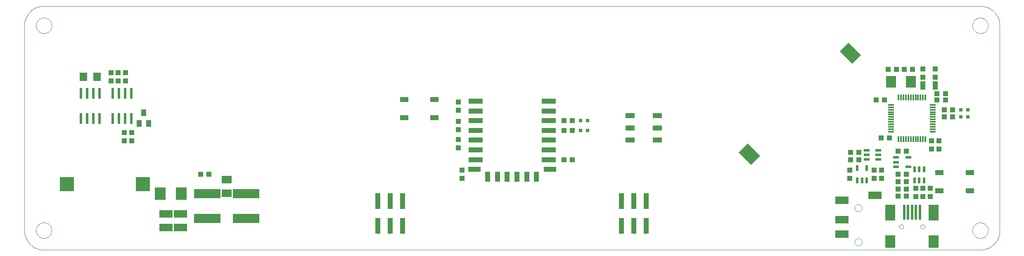
<source format=gtp>
G75*
G70*
%OFA0B0*%
%FSLAX24Y24*%
%IPPOS*%
%LPD*%
%AMOC8*
5,1,8,0,0,1.08239X$1,22.5*
%
%ADD10C,0.0000*%
%ADD11R,0.0433X0.0394*%
%ADD12R,0.0394X0.0433*%
%ADD13R,0.0315X0.0315*%
%ADD14R,0.0787X0.0984*%
%ADD15R,0.0787X0.1299*%
%ADD16R,0.0197X0.1220*%
%ADD17R,0.0472X0.0217*%
%ADD18R,0.1181X0.1181*%
%ADD19R,0.0236X0.0866*%
%ADD20R,0.0394X0.0551*%
%ADD21R,0.0630X0.0710*%
%ADD22R,0.0906X0.0984*%
%ADD23R,0.2165X0.0728*%
%ADD24R,0.1063X0.0630*%
%ADD25R,0.0787X0.0630*%
%ADD26R,0.0709X0.0433*%
%ADD27R,0.0118X0.0472*%
%ADD28R,0.0472X0.0118*%
%ADD29R,0.0236X0.0472*%
%ADD30R,0.0472X0.0236*%
%ADD31R,0.1102X0.0591*%
%ADD32R,0.0787X0.0945*%
%ADD33R,0.0217X0.0472*%
%ADD34R,0.0394X0.0709*%
%ADD35R,0.0400X0.1300*%
%ADD36R,0.0394X0.0787*%
%ADD37R,0.0984X0.0394*%
%ADD38R,0.1181X0.0394*%
%ADD39R,0.1417X0.1024*%
%ADD40R,0.0768X0.0433*%
D10*
X001725Y000937D02*
X077315Y000937D01*
X076685Y002512D02*
X076687Y002562D01*
X076693Y002612D01*
X076703Y002661D01*
X076717Y002709D01*
X076734Y002756D01*
X076755Y002801D01*
X076780Y002845D01*
X076808Y002886D01*
X076840Y002925D01*
X076874Y002962D01*
X076911Y002996D01*
X076951Y003026D01*
X076993Y003053D01*
X077037Y003077D01*
X077083Y003098D01*
X077130Y003114D01*
X077178Y003127D01*
X077228Y003136D01*
X077277Y003141D01*
X077328Y003142D01*
X077378Y003139D01*
X077427Y003132D01*
X077476Y003121D01*
X077524Y003106D01*
X077570Y003088D01*
X077615Y003066D01*
X077658Y003040D01*
X077699Y003011D01*
X077738Y002979D01*
X077774Y002944D01*
X077806Y002906D01*
X077836Y002866D01*
X077863Y002823D01*
X077886Y002779D01*
X077905Y002733D01*
X077921Y002685D01*
X077933Y002636D01*
X077941Y002587D01*
X077945Y002537D01*
X077945Y002487D01*
X077941Y002437D01*
X077933Y002388D01*
X077921Y002339D01*
X077905Y002291D01*
X077886Y002245D01*
X077863Y002201D01*
X077836Y002158D01*
X077806Y002118D01*
X077774Y002080D01*
X077738Y002045D01*
X077699Y002013D01*
X077658Y001984D01*
X077615Y001958D01*
X077570Y001936D01*
X077524Y001918D01*
X077476Y001903D01*
X077427Y001892D01*
X077378Y001885D01*
X077328Y001882D01*
X077277Y001883D01*
X077228Y001888D01*
X077178Y001897D01*
X077130Y001910D01*
X077083Y001926D01*
X077037Y001947D01*
X076993Y001971D01*
X076951Y001998D01*
X076911Y002028D01*
X076874Y002062D01*
X076840Y002099D01*
X076808Y002138D01*
X076780Y002179D01*
X076755Y002223D01*
X076734Y002268D01*
X076717Y002315D01*
X076703Y002363D01*
X076693Y002412D01*
X076687Y002462D01*
X076685Y002512D01*
X077315Y000937D02*
X077392Y000939D01*
X077469Y000945D01*
X077546Y000954D01*
X077622Y000967D01*
X077698Y000984D01*
X077772Y001005D01*
X077846Y001029D01*
X077918Y001057D01*
X077988Y001088D01*
X078057Y001123D01*
X078125Y001161D01*
X078190Y001202D01*
X078253Y001247D01*
X078314Y001295D01*
X078373Y001345D01*
X078429Y001398D01*
X078482Y001454D01*
X078532Y001513D01*
X078580Y001574D01*
X078625Y001637D01*
X078666Y001702D01*
X078704Y001770D01*
X078739Y001839D01*
X078770Y001909D01*
X078798Y001981D01*
X078822Y002055D01*
X078843Y002129D01*
X078860Y002205D01*
X078873Y002281D01*
X078882Y002358D01*
X078888Y002435D01*
X078890Y002512D01*
X078890Y019048D01*
X076685Y019048D02*
X076687Y019098D01*
X076693Y019148D01*
X076703Y019197D01*
X076717Y019245D01*
X076734Y019292D01*
X076755Y019337D01*
X076780Y019381D01*
X076808Y019422D01*
X076840Y019461D01*
X076874Y019498D01*
X076911Y019532D01*
X076951Y019562D01*
X076993Y019589D01*
X077037Y019613D01*
X077083Y019634D01*
X077130Y019650D01*
X077178Y019663D01*
X077228Y019672D01*
X077277Y019677D01*
X077328Y019678D01*
X077378Y019675D01*
X077427Y019668D01*
X077476Y019657D01*
X077524Y019642D01*
X077570Y019624D01*
X077615Y019602D01*
X077658Y019576D01*
X077699Y019547D01*
X077738Y019515D01*
X077774Y019480D01*
X077806Y019442D01*
X077836Y019402D01*
X077863Y019359D01*
X077886Y019315D01*
X077905Y019269D01*
X077921Y019221D01*
X077933Y019172D01*
X077941Y019123D01*
X077945Y019073D01*
X077945Y019023D01*
X077941Y018973D01*
X077933Y018924D01*
X077921Y018875D01*
X077905Y018827D01*
X077886Y018781D01*
X077863Y018737D01*
X077836Y018694D01*
X077806Y018654D01*
X077774Y018616D01*
X077738Y018581D01*
X077699Y018549D01*
X077658Y018520D01*
X077615Y018494D01*
X077570Y018472D01*
X077524Y018454D01*
X077476Y018439D01*
X077427Y018428D01*
X077378Y018421D01*
X077328Y018418D01*
X077277Y018419D01*
X077228Y018424D01*
X077178Y018433D01*
X077130Y018446D01*
X077083Y018462D01*
X077037Y018483D01*
X076993Y018507D01*
X076951Y018534D01*
X076911Y018564D01*
X076874Y018598D01*
X076840Y018635D01*
X076808Y018674D01*
X076780Y018715D01*
X076755Y018759D01*
X076734Y018804D01*
X076717Y018851D01*
X076703Y018899D01*
X076693Y018948D01*
X076687Y018998D01*
X076685Y019048D01*
X077315Y020623D02*
X077392Y020621D01*
X077469Y020615D01*
X077546Y020606D01*
X077622Y020593D01*
X077698Y020576D01*
X077772Y020555D01*
X077846Y020531D01*
X077918Y020503D01*
X077988Y020472D01*
X078057Y020437D01*
X078125Y020399D01*
X078190Y020358D01*
X078253Y020313D01*
X078314Y020265D01*
X078373Y020215D01*
X078429Y020162D01*
X078482Y020106D01*
X078532Y020047D01*
X078580Y019986D01*
X078625Y019923D01*
X078666Y019858D01*
X078704Y019790D01*
X078739Y019721D01*
X078770Y019651D01*
X078798Y019579D01*
X078822Y019505D01*
X078843Y019431D01*
X078860Y019355D01*
X078873Y019279D01*
X078882Y019202D01*
X078888Y019125D01*
X078890Y019048D01*
X077315Y020622D02*
X001725Y020622D01*
X001095Y019048D02*
X001097Y019098D01*
X001103Y019148D01*
X001113Y019197D01*
X001127Y019245D01*
X001144Y019292D01*
X001165Y019337D01*
X001190Y019381D01*
X001218Y019422D01*
X001250Y019461D01*
X001284Y019498D01*
X001321Y019532D01*
X001361Y019562D01*
X001403Y019589D01*
X001447Y019613D01*
X001493Y019634D01*
X001540Y019650D01*
X001588Y019663D01*
X001638Y019672D01*
X001687Y019677D01*
X001738Y019678D01*
X001788Y019675D01*
X001837Y019668D01*
X001886Y019657D01*
X001934Y019642D01*
X001980Y019624D01*
X002025Y019602D01*
X002068Y019576D01*
X002109Y019547D01*
X002148Y019515D01*
X002184Y019480D01*
X002216Y019442D01*
X002246Y019402D01*
X002273Y019359D01*
X002296Y019315D01*
X002315Y019269D01*
X002331Y019221D01*
X002343Y019172D01*
X002351Y019123D01*
X002355Y019073D01*
X002355Y019023D01*
X002351Y018973D01*
X002343Y018924D01*
X002331Y018875D01*
X002315Y018827D01*
X002296Y018781D01*
X002273Y018737D01*
X002246Y018694D01*
X002216Y018654D01*
X002184Y018616D01*
X002148Y018581D01*
X002109Y018549D01*
X002068Y018520D01*
X002025Y018494D01*
X001980Y018472D01*
X001934Y018454D01*
X001886Y018439D01*
X001837Y018428D01*
X001788Y018421D01*
X001738Y018418D01*
X001687Y018419D01*
X001638Y018424D01*
X001588Y018433D01*
X001540Y018446D01*
X001493Y018462D01*
X001447Y018483D01*
X001403Y018507D01*
X001361Y018534D01*
X001321Y018564D01*
X001284Y018598D01*
X001250Y018635D01*
X001218Y018674D01*
X001190Y018715D01*
X001165Y018759D01*
X001144Y018804D01*
X001127Y018851D01*
X001113Y018899D01*
X001103Y018948D01*
X001097Y018998D01*
X001095Y019048D01*
X000150Y019048D02*
X000152Y019125D01*
X000158Y019202D01*
X000167Y019279D01*
X000180Y019355D01*
X000197Y019431D01*
X000218Y019505D01*
X000242Y019579D01*
X000270Y019651D01*
X000301Y019721D01*
X000336Y019790D01*
X000374Y019858D01*
X000415Y019923D01*
X000460Y019986D01*
X000508Y020047D01*
X000558Y020106D01*
X000611Y020162D01*
X000667Y020215D01*
X000726Y020265D01*
X000787Y020313D01*
X000850Y020358D01*
X000915Y020399D01*
X000983Y020437D01*
X001052Y020472D01*
X001122Y020503D01*
X001194Y020531D01*
X001268Y020555D01*
X001342Y020576D01*
X001418Y020593D01*
X001494Y020606D01*
X001571Y020615D01*
X001648Y020621D01*
X001725Y020623D01*
X000150Y019048D02*
X000150Y002512D01*
X001095Y002512D02*
X001097Y002562D01*
X001103Y002612D01*
X001113Y002661D01*
X001127Y002709D01*
X001144Y002756D01*
X001165Y002801D01*
X001190Y002845D01*
X001218Y002886D01*
X001250Y002925D01*
X001284Y002962D01*
X001321Y002996D01*
X001361Y003026D01*
X001403Y003053D01*
X001447Y003077D01*
X001493Y003098D01*
X001540Y003114D01*
X001588Y003127D01*
X001638Y003136D01*
X001687Y003141D01*
X001738Y003142D01*
X001788Y003139D01*
X001837Y003132D01*
X001886Y003121D01*
X001934Y003106D01*
X001980Y003088D01*
X002025Y003066D01*
X002068Y003040D01*
X002109Y003011D01*
X002148Y002979D01*
X002184Y002944D01*
X002216Y002906D01*
X002246Y002866D01*
X002273Y002823D01*
X002296Y002779D01*
X002315Y002733D01*
X002331Y002685D01*
X002343Y002636D01*
X002351Y002587D01*
X002355Y002537D01*
X002355Y002487D01*
X002351Y002437D01*
X002343Y002388D01*
X002331Y002339D01*
X002315Y002291D01*
X002296Y002245D01*
X002273Y002201D01*
X002246Y002158D01*
X002216Y002118D01*
X002184Y002080D01*
X002148Y002045D01*
X002109Y002013D01*
X002068Y001984D01*
X002025Y001958D01*
X001980Y001936D01*
X001934Y001918D01*
X001886Y001903D01*
X001837Y001892D01*
X001788Y001885D01*
X001738Y001882D01*
X001687Y001883D01*
X001638Y001888D01*
X001588Y001897D01*
X001540Y001910D01*
X001493Y001926D01*
X001447Y001947D01*
X001403Y001971D01*
X001361Y001998D01*
X001321Y002028D01*
X001284Y002062D01*
X001250Y002099D01*
X001218Y002138D01*
X001190Y002179D01*
X001165Y002223D01*
X001144Y002268D01*
X001127Y002315D01*
X001113Y002363D01*
X001103Y002412D01*
X001097Y002462D01*
X001095Y002512D01*
X000150Y002512D02*
X000152Y002435D01*
X000158Y002358D01*
X000167Y002281D01*
X000180Y002205D01*
X000197Y002129D01*
X000218Y002055D01*
X000242Y001981D01*
X000270Y001909D01*
X000301Y001839D01*
X000336Y001770D01*
X000374Y001702D01*
X000415Y001637D01*
X000460Y001574D01*
X000508Y001513D01*
X000558Y001454D01*
X000611Y001398D01*
X000667Y001345D01*
X000726Y001295D01*
X000787Y001247D01*
X000850Y001202D01*
X000915Y001161D01*
X000983Y001123D01*
X001052Y001088D01*
X001122Y001057D01*
X001194Y001029D01*
X001268Y001005D01*
X001342Y000984D01*
X001418Y000967D01*
X001494Y000954D01*
X001571Y000945D01*
X001648Y000939D01*
X001725Y000937D01*
X067178Y001567D02*
X067180Y001601D01*
X067186Y001635D01*
X067196Y001668D01*
X067209Y001699D01*
X067227Y001729D01*
X067247Y001757D01*
X067271Y001782D01*
X067297Y001804D01*
X067325Y001822D01*
X067356Y001838D01*
X067388Y001850D01*
X067422Y001858D01*
X067456Y001862D01*
X067490Y001862D01*
X067524Y001858D01*
X067558Y001850D01*
X067590Y001838D01*
X067620Y001822D01*
X067649Y001804D01*
X067675Y001782D01*
X067699Y001757D01*
X067719Y001729D01*
X067737Y001699D01*
X067750Y001668D01*
X067760Y001635D01*
X067766Y001601D01*
X067768Y001567D01*
X067766Y001533D01*
X067760Y001499D01*
X067750Y001466D01*
X067737Y001435D01*
X067719Y001405D01*
X067699Y001377D01*
X067675Y001352D01*
X067649Y001330D01*
X067621Y001312D01*
X067590Y001296D01*
X067558Y001284D01*
X067524Y001276D01*
X067490Y001272D01*
X067456Y001272D01*
X067422Y001276D01*
X067388Y001284D01*
X067356Y001296D01*
X067325Y001312D01*
X067297Y001330D01*
X067271Y001352D01*
X067247Y001377D01*
X067227Y001405D01*
X067209Y001435D01*
X067196Y001466D01*
X067186Y001499D01*
X067180Y001533D01*
X067178Y001567D01*
X070760Y002807D02*
X070762Y002833D01*
X070768Y002859D01*
X070778Y002884D01*
X070791Y002907D01*
X070807Y002927D01*
X070827Y002945D01*
X070849Y002960D01*
X070872Y002972D01*
X070898Y002980D01*
X070924Y002984D01*
X070950Y002984D01*
X070976Y002980D01*
X071002Y002972D01*
X071026Y002960D01*
X071047Y002945D01*
X071067Y002927D01*
X071083Y002907D01*
X071096Y002884D01*
X071106Y002859D01*
X071112Y002833D01*
X071114Y002807D01*
X071112Y002781D01*
X071106Y002755D01*
X071096Y002730D01*
X071083Y002707D01*
X071067Y002687D01*
X071047Y002669D01*
X071025Y002654D01*
X071002Y002642D01*
X070976Y002634D01*
X070950Y002630D01*
X070924Y002630D01*
X070898Y002634D01*
X070872Y002642D01*
X070848Y002654D01*
X070827Y002669D01*
X070807Y002687D01*
X070791Y002707D01*
X070778Y002730D01*
X070768Y002755D01*
X070762Y002781D01*
X070760Y002807D01*
X072493Y002807D02*
X072495Y002833D01*
X072501Y002859D01*
X072511Y002884D01*
X072524Y002907D01*
X072540Y002927D01*
X072560Y002945D01*
X072582Y002960D01*
X072605Y002972D01*
X072631Y002980D01*
X072657Y002984D01*
X072683Y002984D01*
X072709Y002980D01*
X072735Y002972D01*
X072759Y002960D01*
X072780Y002945D01*
X072800Y002927D01*
X072816Y002907D01*
X072829Y002884D01*
X072839Y002859D01*
X072845Y002833D01*
X072847Y002807D01*
X072845Y002781D01*
X072839Y002755D01*
X072829Y002730D01*
X072816Y002707D01*
X072800Y002687D01*
X072780Y002669D01*
X072758Y002654D01*
X072735Y002642D01*
X072709Y002634D01*
X072683Y002630D01*
X072657Y002630D01*
X072631Y002634D01*
X072605Y002642D01*
X072581Y002654D01*
X072560Y002669D01*
X072540Y002687D01*
X072524Y002707D01*
X072511Y002730D01*
X072501Y002755D01*
X072495Y002781D01*
X072493Y002807D01*
X067178Y004323D02*
X067180Y004357D01*
X067186Y004391D01*
X067196Y004424D01*
X067209Y004455D01*
X067227Y004485D01*
X067247Y004513D01*
X067271Y004538D01*
X067297Y004560D01*
X067325Y004578D01*
X067356Y004594D01*
X067388Y004606D01*
X067422Y004614D01*
X067456Y004618D01*
X067490Y004618D01*
X067524Y004614D01*
X067558Y004606D01*
X067590Y004594D01*
X067620Y004578D01*
X067649Y004560D01*
X067675Y004538D01*
X067699Y004513D01*
X067719Y004485D01*
X067737Y004455D01*
X067750Y004424D01*
X067760Y004391D01*
X067766Y004357D01*
X067768Y004323D01*
X067766Y004289D01*
X067760Y004255D01*
X067750Y004222D01*
X067737Y004191D01*
X067719Y004161D01*
X067699Y004133D01*
X067675Y004108D01*
X067649Y004086D01*
X067621Y004068D01*
X067590Y004052D01*
X067558Y004040D01*
X067524Y004032D01*
X067490Y004028D01*
X067456Y004028D01*
X067422Y004032D01*
X067388Y004040D01*
X067356Y004052D01*
X067325Y004068D01*
X067297Y004086D01*
X067271Y004108D01*
X067247Y004133D01*
X067227Y004161D01*
X067209Y004191D01*
X067196Y004222D01*
X067186Y004255D01*
X067180Y004289D01*
X067178Y004323D01*
D11*
X072099Y005229D03*
X072689Y005229D03*
X073280Y005229D03*
X073280Y005898D03*
X072689Y005898D03*
X072099Y005898D03*
X071351Y006449D03*
X070681Y006449D03*
X070681Y007040D03*
X071351Y007040D03*
X071351Y008910D03*
X070681Y008910D03*
X073969Y009067D03*
X073969Y009737D03*
X069973Y009993D03*
X069304Y009993D03*
X069579Y013044D03*
X068910Y013044D03*
X073831Y013044D03*
X074500Y013044D03*
X074500Y013536D03*
X073831Y013536D03*
X071843Y015504D03*
X071174Y015504D03*
X070563Y015504D03*
X069894Y015504D03*
X035189Y012886D03*
X035189Y012217D03*
X035189Y011311D03*
X035189Y010642D03*
X035189Y009835D03*
X035189Y009166D03*
X007729Y014579D03*
X007729Y015248D03*
D12*
X008319Y015248D03*
X007138Y015248D03*
X007138Y014579D03*
X008319Y014579D03*
X008221Y010426D03*
X008811Y010426D03*
X008811Y009756D03*
X008221Y009756D03*
X014382Y007040D03*
X015052Y007040D03*
X035485Y007374D03*
X035485Y006705D03*
X043713Y008221D03*
X044382Y008221D03*
X044382Y010583D03*
X043713Y010583D03*
X043713Y011370D03*
X044382Y011370D03*
X066843Y008811D03*
X067512Y008811D03*
X067512Y008221D03*
X066843Y008221D03*
X066784Y007374D03*
X068752Y007374D03*
X069343Y007374D03*
X069343Y006705D03*
X068752Y006705D03*
X066784Y006705D03*
X070681Y005859D03*
X071351Y005859D03*
X071351Y005268D03*
X070681Y005268D03*
X073378Y009067D03*
X073378Y009737D03*
X074422Y011666D03*
X075091Y011666D03*
X075091Y012256D03*
X074422Y012256D03*
X073674Y014874D03*
X072689Y014874D03*
X072689Y015544D03*
X073674Y015544D03*
D13*
X075741Y012256D03*
X076331Y012256D03*
X076331Y011666D03*
X075741Y011666D03*
X045622Y011370D03*
X045032Y011370D03*
X045032Y010583D03*
X045622Y010583D03*
D14*
X070052Y001626D03*
X073556Y001626D03*
D15*
X073556Y003949D03*
X070052Y003949D03*
D16*
X071174Y003989D03*
X071489Y003989D03*
X071804Y003989D03*
X072119Y003989D03*
X072433Y003989D03*
D17*
X071528Y007650D03*
X070504Y007650D03*
X070504Y008024D03*
X070504Y008398D03*
X071528Y008398D03*
D18*
X009717Y006252D03*
X003575Y006252D03*
D19*
X004715Y011528D03*
X005215Y011528D03*
X005715Y011528D03*
X006215Y011528D03*
X007274Y011528D03*
X007774Y011528D03*
X008274Y011528D03*
X008774Y011528D03*
X008774Y013575D03*
X008274Y013575D03*
X007774Y013575D03*
X007274Y013575D03*
X006215Y013575D03*
X005715Y013575D03*
X005215Y013575D03*
X004715Y013575D03*
D20*
X009796Y012000D03*
X010170Y011134D03*
X009422Y011134D03*
D21*
X006025Y014914D03*
X004905Y014914D03*
D22*
X011115Y005465D03*
X012807Y005465D03*
D23*
X014914Y005485D03*
X018063Y005485D03*
X018063Y003477D03*
X014914Y003477D03*
D24*
X012748Y003851D03*
X011567Y003851D03*
X011567Y002748D03*
X012748Y002748D03*
D25*
X016489Y005504D03*
X016489Y006607D03*
D26*
X030819Y011626D03*
X033260Y011626D03*
X033260Y013083D03*
X030819Y013083D03*
X074028Y007178D03*
X076469Y007178D03*
X076469Y005721D03*
X074028Y005721D03*
D27*
X072886Y009894D03*
X072689Y009894D03*
X072493Y009894D03*
X072296Y009894D03*
X072099Y009894D03*
X071902Y009894D03*
X071705Y009894D03*
X071508Y009894D03*
X071311Y009894D03*
X071115Y009894D03*
X070918Y009894D03*
X070721Y009894D03*
X070721Y013241D03*
X070918Y013241D03*
X071115Y013241D03*
X071311Y013241D03*
X071508Y013241D03*
X071705Y013241D03*
X071902Y013241D03*
X072099Y013241D03*
X072296Y013241D03*
X072493Y013241D03*
X072689Y013241D03*
X072886Y013241D03*
D28*
X073477Y012650D03*
X073477Y012453D03*
X073477Y012256D03*
X073477Y012059D03*
X073477Y011863D03*
X073477Y011666D03*
X073477Y011469D03*
X073477Y011272D03*
X073477Y011075D03*
X073477Y010878D03*
X073477Y010681D03*
X073477Y010485D03*
X070130Y010485D03*
X070130Y010681D03*
X070130Y010878D03*
X070130Y011075D03*
X070130Y011272D03*
X070130Y011469D03*
X070130Y011666D03*
X070130Y011863D03*
X070130Y012059D03*
X070130Y012256D03*
X070130Y012453D03*
X070130Y012650D03*
D29*
X072020Y007433D03*
X072394Y007433D03*
X072768Y007433D03*
X072768Y006528D03*
X072394Y006528D03*
X072020Y006528D03*
D30*
X069067Y008241D03*
X068162Y008241D03*
X068162Y008615D03*
X069067Y008615D03*
X069067Y008989D03*
X068162Y008989D03*
D31*
X068811Y005347D03*
X066134Y004953D03*
X066134Y003378D03*
X066134Y002197D03*
D32*
X070130Y014520D03*
X071705Y014520D03*
D33*
X068142Y007552D03*
X067394Y007552D03*
X067394Y006528D03*
X067768Y006528D03*
X068142Y006528D03*
D34*
X072689Y014225D03*
X073674Y014225D03*
D35*
X050363Y004890D03*
X049363Y004890D03*
X048363Y004890D03*
X048363Y002890D03*
X049363Y002890D03*
X050363Y002890D03*
X030678Y002890D03*
X029678Y002890D03*
X028678Y002890D03*
X028678Y004890D03*
X029678Y004890D03*
X030678Y004890D03*
D36*
X037552Y006843D03*
X038339Y006843D03*
X039126Y006843D03*
X039914Y006843D03*
X040701Y006843D03*
X041489Y006843D03*
D37*
X042571Y007433D03*
X036469Y007433D03*
D38*
X036567Y008221D03*
X036567Y009008D03*
X036567Y009796D03*
X036567Y010583D03*
X036567Y011370D03*
X036567Y012158D03*
X036567Y012945D03*
X042473Y012945D03*
X042473Y012158D03*
X042473Y011370D03*
X042473Y010583D03*
X042473Y009796D03*
X042473Y009008D03*
X042473Y008221D03*
D39*
G36*
X058808Y007808D02*
X057808Y008808D01*
X058532Y009532D01*
X059532Y008532D01*
X058808Y007808D01*
G37*
G36*
X066965Y015965D02*
X065965Y016965D01*
X066689Y017689D01*
X067689Y016689D01*
X066965Y015965D01*
G37*
D40*
X051252Y011764D03*
X049048Y011764D03*
X049048Y010780D03*
X051252Y010780D03*
X051252Y009796D03*
X049048Y009796D03*
M02*

</source>
